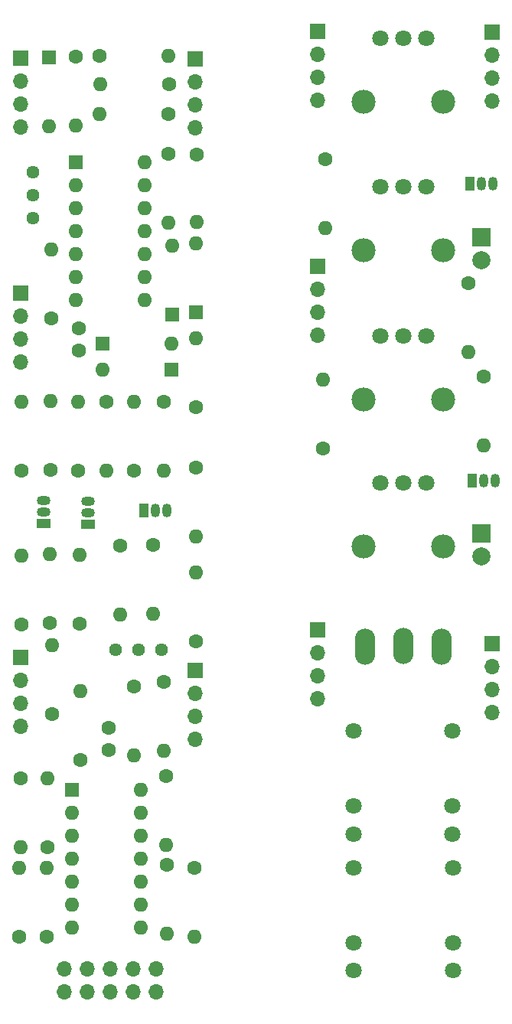
<source format=gbr>
%TF.GenerationSoftware,KiCad,Pcbnew,7.0.11-7.0.11~ubuntu22.04.1*%
%TF.CreationDate,2024-09-22T10:35:27-04:00*%
%TF.ProjectId,ad-vca,61642d76-6361-42e6-9b69-6361645f7063,rev?*%
%TF.SameCoordinates,Original*%
%TF.FileFunction,Soldermask,Top*%
%TF.FilePolarity,Negative*%
%FSLAX46Y46*%
G04 Gerber Fmt 4.6, Leading zero omitted, Abs format (unit mm)*
G04 Created by KiCad (PCBNEW 7.0.11-7.0.11~ubuntu22.04.1) date 2024-09-22 10:35:27*
%MOMM*%
%LPD*%
G01*
G04 APERTURE LIST*
%ADD10C,1.803400*%
%ADD11C,2.667000*%
%ADD12C,1.600000*%
%ADD13O,1.600000X1.600000*%
%ADD14R,1.700000X1.700000*%
%ADD15O,1.700000X1.700000*%
%ADD16R,1.600000X1.600000*%
%ADD17C,1.800000*%
%ADD18R,1.050000X1.500000*%
%ADD19O,1.050000X1.500000*%
%ADD20R,1.500000X1.050000*%
%ADD21O,1.500000X1.050000*%
%ADD22O,2.250000X4.000000*%
%ADD23R,2.000000X2.000000*%
%ADD24C,2.000000*%
%ADD25C,1.440000*%
G04 APERTURE END LIST*
D10*
%TO.C,POT4*%
X146938837Y-88921157D03*
X144398837Y-88921157D03*
X141858837Y-88921157D03*
D11*
X148793037Y-95931557D03*
X140004637Y-95931557D03*
%TD*%
D12*
%TO.C,R12*%
X105550000Y-114448528D03*
D13*
X105550000Y-106828528D03*
%TD*%
D14*
%TO.C,J12*%
X134875000Y-38985000D03*
D15*
X134875000Y-41525000D03*
X134875000Y-44065000D03*
X134875000Y-46605000D03*
%TD*%
D12*
%TO.C,R25*%
X102010000Y-121538528D03*
D13*
X102010000Y-129158528D03*
%TD*%
D16*
%TO.C,D4*%
X118760000Y-76368528D03*
D13*
X111140000Y-76368528D03*
%TD*%
D17*
%TO.C,J3*%
X138917000Y-142859000D03*
X138917000Y-139759000D03*
X138917000Y-131459000D03*
%TD*%
D16*
%TO.C,D5*%
X105190000Y-41788528D03*
D13*
X105190000Y-49408528D03*
%TD*%
D14*
%TO.C,J10*%
X102040000Y-41948528D03*
D15*
X102040000Y-44488528D03*
X102040000Y-47028528D03*
X102040000Y-49568528D03*
%TD*%
D12*
%TO.C,R18*%
X117916000Y-110882528D03*
D13*
X117916000Y-118502528D03*
%TD*%
D17*
%TO.C,J5*%
X138917000Y-127739000D03*
X138917000Y-124639000D03*
X138917000Y-116339000D03*
%TD*%
D12*
%TO.C,R13*%
X118170000Y-121296528D03*
D13*
X118170000Y-128916528D03*
%TD*%
D12*
%TO.C,R6*%
X105040000Y-129178528D03*
D13*
X105040000Y-121558528D03*
%TD*%
D12*
%TO.C,R26*%
X135763000Y-53109000D03*
D13*
X135763000Y-60729000D03*
%TD*%
D12*
%TO.C,R17*%
X108550000Y-104458528D03*
D13*
X108550000Y-96838528D03*
%TD*%
D12*
%TO.C,R24*%
X118440000Y-44798528D03*
D13*
X110820000Y-44798528D03*
%TD*%
D12*
%TO.C,R3*%
X102168000Y-87514528D03*
D13*
X102168000Y-79894528D03*
%TD*%
D12*
%TO.C,C2*%
X108518000Y-74266528D03*
X108518000Y-71766528D03*
%TD*%
%TO.C,R29*%
X118360000Y-48128528D03*
D13*
X110740000Y-48128528D03*
%TD*%
D12*
%TO.C,R19*%
X108690000Y-119568528D03*
D13*
X108690000Y-111948528D03*
%TD*%
D10*
%TO.C,POT1*%
X146938837Y-39746757D03*
X144398837Y-39746757D03*
X141858837Y-39746757D03*
D11*
X148793037Y-46757157D03*
X140004637Y-46757157D03*
%TD*%
D18*
%TO.C,Q4*%
X152019000Y-88669000D03*
D19*
X153289000Y-88669000D03*
X154559000Y-88669000D03*
%TD*%
D12*
%TO.C,R4*%
X116680000Y-95778528D03*
D13*
X116680000Y-103398528D03*
%TD*%
D20*
%TO.C,Q2*%
X104610000Y-93408528D03*
D21*
X104610000Y-92138528D03*
X104610000Y-90868528D03*
%TD*%
D12*
%TO.C,R31*%
X135509000Y-85113000D03*
D13*
X135509000Y-77493000D03*
%TD*%
D14*
%TO.C,J11*%
X121360000Y-109612528D03*
D15*
X121360000Y-112152528D03*
X121360000Y-114692528D03*
X121360000Y-117232528D03*
%TD*%
D12*
%TO.C,R14*%
X121420000Y-106428528D03*
D13*
X121420000Y-98808528D03*
%TD*%
D14*
%TO.C,J14*%
X134905000Y-64895000D03*
D15*
X134905000Y-67435000D03*
X134905000Y-69975000D03*
X134905000Y-72515000D03*
%TD*%
D12*
%TO.C,R27*%
X151597000Y-66835000D03*
D13*
X151597000Y-74455000D03*
%TD*%
D12*
%TO.C,R30*%
X153277000Y-77135000D03*
D13*
X153277000Y-84755000D03*
%TD*%
D12*
%TO.C,R22*%
X104962000Y-139076528D03*
D13*
X104962000Y-131456528D03*
%TD*%
D12*
%TO.C,R8*%
X117916000Y-79894528D03*
D13*
X117916000Y-87514528D03*
%TD*%
D14*
%TO.C,J8*%
X134915000Y-105195000D03*
D15*
X134915000Y-107735000D03*
X134915000Y-110275000D03*
X134915000Y-112815000D03*
%TD*%
D17*
%TO.C,J6*%
X149817000Y-127755000D03*
X149817000Y-124655000D03*
X149817000Y-116355000D03*
%TD*%
D16*
%TO.C,U2*%
X107756000Y-122820528D03*
D13*
X107756000Y-125360528D03*
X107756000Y-127900528D03*
X107756000Y-130440528D03*
X107756000Y-132980528D03*
X107756000Y-135520528D03*
X107756000Y-138060528D03*
X115376000Y-138060528D03*
X115376000Y-135520528D03*
X115376000Y-132980528D03*
X115376000Y-130440528D03*
X115376000Y-127900528D03*
X115376000Y-125360528D03*
X115376000Y-122820528D03*
%TD*%
D16*
%TO.C,D3*%
X111120000Y-73508528D03*
D13*
X118740000Y-73508528D03*
%TD*%
D12*
%TO.C,R21*%
X105300000Y-104368528D03*
D13*
X105300000Y-96748528D03*
%TD*%
D14*
%TO.C,J2*%
X102070000Y-108168528D03*
D15*
X102070000Y-110708528D03*
X102070000Y-113248528D03*
X102070000Y-115788528D03*
%TD*%
D16*
%TO.C,U1*%
X108130000Y-53458528D03*
D13*
X108130000Y-55998528D03*
X108130000Y-58538528D03*
X108130000Y-61078528D03*
X108130000Y-63618528D03*
X108130000Y-66158528D03*
X108130000Y-68698528D03*
X115750000Y-68698528D03*
X115750000Y-66158528D03*
X115750000Y-63618528D03*
X115750000Y-61078528D03*
X115750000Y-58538528D03*
X115750000Y-55998528D03*
X115750000Y-53458528D03*
%TD*%
D12*
%TO.C,R15*%
X110790000Y-41648528D03*
D13*
X118410000Y-41648528D03*
%TD*%
D22*
%TO.C,SW1*%
X140149000Y-107047000D03*
X144399000Y-106957000D03*
X148649000Y-107047000D03*
%TD*%
D12*
%TO.C,R32*%
X105360000Y-87498528D03*
D13*
X105360000Y-79878528D03*
%TD*%
D16*
%TO.C,D2*%
X118810000Y-70238528D03*
D13*
X118810000Y-62618528D03*
%TD*%
D23*
%TO.C,D7*%
X153035000Y-61745000D03*
D24*
X153035000Y-64285000D03*
%TD*%
D20*
%TO.C,Q1*%
X109480000Y-93498528D03*
D21*
X109480000Y-92228528D03*
X109480000Y-90958528D03*
%TD*%
D12*
%TO.C,R5*%
X108150000Y-41758528D03*
D13*
X108150000Y-49378528D03*
%TD*%
D14*
%TO.C,J9*%
X154215000Y-39005000D03*
D15*
X154215000Y-41545000D03*
X154215000Y-44085000D03*
X154215000Y-46625000D03*
%TD*%
D14*
%TO.C,J13*%
X154195000Y-106649000D03*
D15*
X154195000Y-109189000D03*
X154195000Y-111729000D03*
X154195000Y-114269000D03*
%TD*%
D12*
%TO.C,R35*%
X108400000Y-87518528D03*
D13*
X108400000Y-79898528D03*
%TD*%
D12*
%TO.C,R16*%
X118260000Y-131188528D03*
D13*
X118260000Y-138808528D03*
%TD*%
D12*
%TO.C,R2*%
X121450000Y-80478528D03*
D13*
X121450000Y-72858528D03*
%TD*%
D12*
%TO.C,R9*%
X113070000Y-95858528D03*
D13*
X113070000Y-103478528D03*
%TD*%
D17*
%TO.C,J4*%
X149917000Y-142859000D03*
X149917000Y-139759000D03*
X149917000Y-131459000D03*
%TD*%
D18*
%TO.C,Q3*%
X151765000Y-55755000D03*
D19*
X153035000Y-55755000D03*
X154305000Y-55755000D03*
%TD*%
D14*
%TO.C,J15*%
X102070000Y-67858528D03*
D15*
X102070000Y-70398528D03*
X102070000Y-72938528D03*
X102070000Y-75478528D03*
%TD*%
D12*
%TO.C,R23*%
X121430000Y-87218528D03*
D13*
X121430000Y-94838528D03*
%TD*%
D12*
%TO.C,R11*%
X114614000Y-111390528D03*
D13*
X114614000Y-119010528D03*
%TD*%
D12*
%TO.C,R1*%
X105420000Y-70708528D03*
D13*
X105420000Y-63088528D03*
%TD*%
D12*
%TO.C,R7*%
X102168000Y-104532528D03*
D13*
X102168000Y-96912528D03*
%TD*%
D10*
%TO.C,POT2*%
X146938837Y-56155157D03*
X144398837Y-56155157D03*
X141858837Y-56155157D03*
D11*
X148793037Y-63165557D03*
X140004637Y-63165557D03*
%TD*%
D12*
%TO.C,R20*%
X101914000Y-139076528D03*
D13*
X101914000Y-131456528D03*
%TD*%
D10*
%TO.C,POT3*%
X146938837Y-72665157D03*
X144398837Y-72665157D03*
X141858837Y-72665157D03*
D11*
X148793037Y-79675557D03*
X140004637Y-79675557D03*
%TD*%
D12*
%TO.C,C3*%
X111820000Y-115962528D03*
X111820000Y-118462528D03*
%TD*%
%TO.C,C1*%
X121540000Y-52558528D03*
D13*
X121540000Y-60058528D03*
%TD*%
D16*
%TO.C,D1*%
X121450000Y-70028528D03*
D13*
X121450000Y-62408528D03*
%TD*%
D12*
%TO.C,R34*%
X114614000Y-87514528D03*
D13*
X114614000Y-79894528D03*
%TD*%
D18*
%TO.C,Q5*%
X115720000Y-91978528D03*
D19*
X116990000Y-91978528D03*
X118260000Y-91978528D03*
%TD*%
D12*
%TO.C,R28*%
X118380000Y-52478528D03*
D13*
X118380000Y-60098528D03*
%TD*%
D12*
%TO.C,R33*%
X111566000Y-79894528D03*
D13*
X111566000Y-87514528D03*
%TD*%
D23*
%TO.C,D6*%
X153035000Y-94511000D03*
D24*
X153035000Y-97051000D03*
%TD*%
D12*
%TO.C,R10*%
X121310000Y-131508528D03*
D13*
X121310000Y-139128528D03*
%TD*%
D14*
%TO.C,J7*%
X121380000Y-41968528D03*
D15*
X121380000Y-44508528D03*
X121380000Y-47048528D03*
X121380000Y-49588528D03*
%TD*%
%TO.C,J1*%
X106860000Y-142668528D03*
X106860000Y-145208528D03*
X109400000Y-142668528D03*
X109400000Y-145208528D03*
X111940000Y-142668528D03*
X111940000Y-145208528D03*
X114480000Y-142668528D03*
X114480000Y-145208528D03*
X117020000Y-142668528D03*
X117020000Y-145208528D03*
%TD*%
D25*
%TO.C,TRIM2*%
X117650000Y-107338528D03*
X115110000Y-107338528D03*
X112570000Y-107338528D03*
%TD*%
%TO.C,TRIM1*%
X103438000Y-59574528D03*
X103438000Y-57034528D03*
X103438000Y-54494528D03*
%TD*%
M02*

</source>
